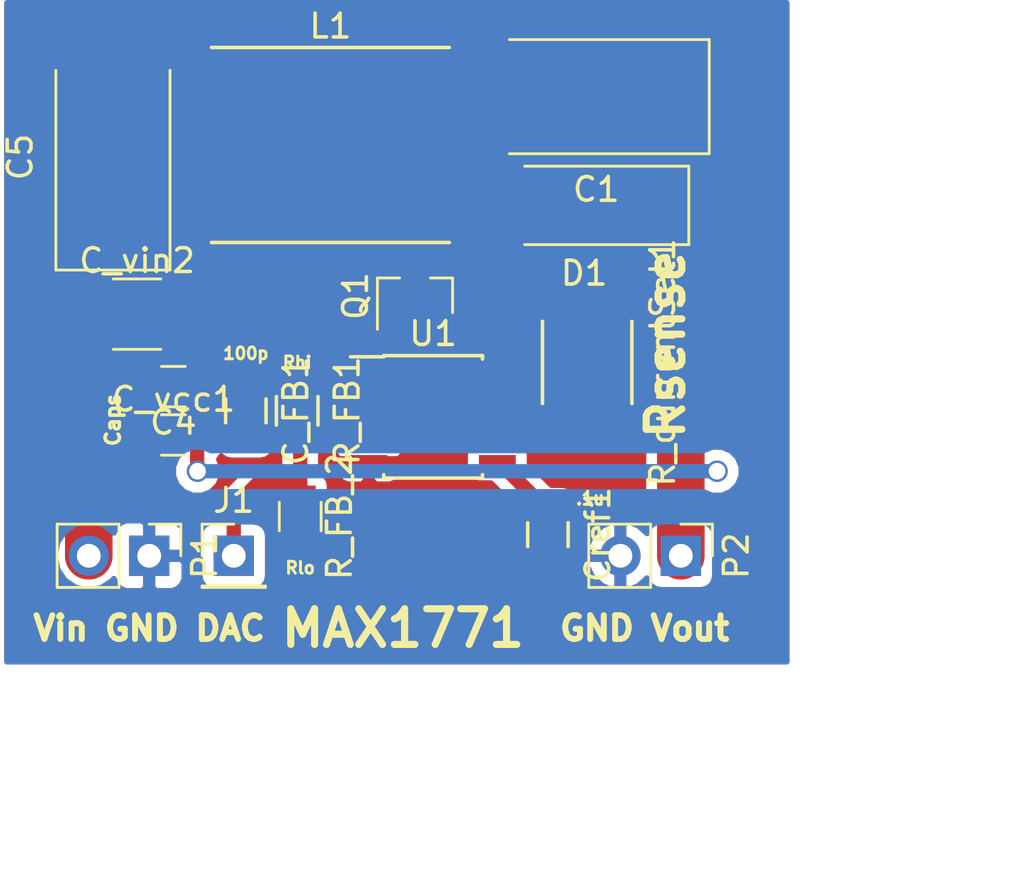
<source format=kicad_pcb>
(kicad_pcb (version 4) (host pcbnew 4.0.5)

  (general
    (links 32)
    (no_connects 0)
    (area 96.725 81.993 143.74 121.445001)
    (thickness 1.6)
    (drawings 11)
    (tracks 61)
    (zones 0)
    (modules 17)
    (nets 9)
  )

  (page A4)
  (layers
    (0 F.Cu signal)
    (31 B.Cu signal hide)
    (32 B.Adhes user)
    (33 F.Adhes user)
    (34 B.Paste user)
    (35 F.Paste user)
    (36 B.SilkS user)
    (37 F.SilkS user)
    (38 B.Mask user)
    (39 F.Mask user)
    (40 Dwgs.User user)
    (44 Edge.Cuts user)
    (46 B.CrtYd user)
    (47 F.CrtYd user)
  )

  (setup
    (last_trace_width 0.25)
    (user_trace_width 0.4)
    (user_trace_width 0.6)
    (user_trace_width 1)
    (user_trace_width 2)
    (trace_clearance 0.2)
    (zone_clearance 0.45)
    (zone_45_only no)
    (trace_min 0.2)
    (segment_width 0.2)
    (edge_width 0.15)
    (via_size 0.9)
    (via_drill 0.7)
    (via_min_size 0.9)
    (via_min_drill 0.7)
    (uvia_size 0.3)
    (uvia_drill 0.1)
    (uvias_allowed no)
    (uvia_min_size 0.2)
    (uvia_min_drill 0.1)
    (pcb_text_width 0.3)
    (pcb_text_size 1.5 1.5)
    (mod_edge_width 0.15)
    (mod_text_size 1 1)
    (mod_text_width 0.15)
    (pad_size 0.9 0.8)
    (pad_drill 0)
    (pad_to_mask_clearance 0.2)
    (aux_axis_origin 0 0)
    (visible_elements 7FFFFFFF)
    (pcbplotparams
      (layerselection 0x00030_80000001)
      (usegerberextensions false)
      (excludeedgelayer true)
      (linewidth 0.050000)
      (plotframeref false)
      (viasonmask false)
      (mode 1)
      (useauxorigin false)
      (hpglpennumber 1)
      (hpglpenspeed 20)
      (hpglpendiameter 15)
      (hpglpenoverlay 2)
      (psnegative false)
      (psa4output false)
      (plotreference true)
      (plotvalue true)
      (plotinvisibletext false)
      (padsonsilk false)
      (subtractmaskfromsilk false)
      (outputformat 1)
      (mirror false)
      (drillshape 1)
      (scaleselection 1)
      (outputdirectory ""))
  )

  (net 0 "")
  (net 1 GND)
  (net 2 "Net-(Cref1-Pad1)")
  (net 3 "Net-(C_FB1-Pad2)")
  (net 4 "Net-(D1-Pad2)")
  (net 5 "Net-(Q1-Pad3)")
  (net 6 "Net-(C1-Pad1)")
  (net 7 "Net-(C5-Pad1)")
  (net 8 "Net-(Q1-Pad1)")

  (net_class Default "This is the default net class."
    (clearance 0.2)
    (trace_width 0.25)
    (via_dia 0.9)
    (via_drill 0.7)
    (uvia_dia 0.3)
    (uvia_drill 0.1)
    (add_net GND)
    (add_net "Net-(C1-Pad1)")
    (add_net "Net-(C5-Pad1)")
    (add_net "Net-(C_FB1-Pad2)")
    (add_net "Net-(Cref1-Pad1)")
    (add_net "Net-(D1-Pad2)")
    (add_net "Net-(Q1-Pad1)")
    (add_net "Net-(Q1-Pad3)")
  )

  (module Capacitors_SMD:C_0805 (layer F.Cu) (tedit 5415D6EA) (tstamp 587651F8)
    (at 119.888 105.283 270)
    (descr "Capacitor SMD 0805, reflow soldering, AVX (see smccp.pdf)")
    (tags "capacitor 0805")
    (path /581AE4FB)
    (attr smd)
    (fp_text reference Cref1 (at 0 -2.1 270) (layer F.SilkS)
      (effects (font (size 1 1) (thickness 0.15)))
    )
    (fp_text value 0.1u (at 0 2.1 270) (layer F.Fab)
      (effects (font (size 1 1) (thickness 0.15)))
    )
    (fp_line (start -1 0.625) (end -1 -0.625) (layer F.Fab) (width 0.15))
    (fp_line (start 1 0.625) (end -1 0.625) (layer F.Fab) (width 0.15))
    (fp_line (start 1 -0.625) (end 1 0.625) (layer F.Fab) (width 0.15))
    (fp_line (start -1 -0.625) (end 1 -0.625) (layer F.Fab) (width 0.15))
    (fp_line (start -1.8 -1) (end 1.8 -1) (layer F.CrtYd) (width 0.05))
    (fp_line (start -1.8 1) (end 1.8 1) (layer F.CrtYd) (width 0.05))
    (fp_line (start -1.8 -1) (end -1.8 1) (layer F.CrtYd) (width 0.05))
    (fp_line (start 1.8 -1) (end 1.8 1) (layer F.CrtYd) (width 0.05))
    (fp_line (start 0.5 -0.85) (end -0.5 -0.85) (layer F.SilkS) (width 0.15))
    (fp_line (start -0.5 0.85) (end 0.5 0.85) (layer F.SilkS) (width 0.15))
    (pad 1 smd rect (at -1 0 270) (size 1 1.25) (layers F.Cu F.Paste F.Mask)
      (net 2 "Net-(Cref1-Pad1)"))
    (pad 2 smd rect (at 1 0 270) (size 1 1.25) (layers F.Cu F.Paste F.Mask)
      (net 1 GND))
    (model Capacitors_SMD.3dshapes/C_0805.wrl
      (at (xyz 0 0 0))
      (scale (xyz 1 1 1))
      (rotate (xyz 0 0 0))
    )
  )

  (module Capacitors_SMD:C_0805 (layer F.Cu) (tedit 5415D6EA) (tstamp 587651FE)
    (at 107.188 100.076 270)
    (descr "Capacitor SMD 0805, reflow soldering, AVX (see smccp.pdf)")
    (tags "capacitor 0805")
    (path /581AE4CA)
    (attr smd)
    (fp_text reference C_FB1 (at 0 -2.1 270) (layer F.SilkS)
      (effects (font (size 1 1) (thickness 0.15)))
    )
    (fp_text value 100p (at 0 2.1 270) (layer F.Fab)
      (effects (font (size 1 1) (thickness 0.15)))
    )
    (fp_line (start -1 0.625) (end -1 -0.625) (layer F.Fab) (width 0.15))
    (fp_line (start 1 0.625) (end -1 0.625) (layer F.Fab) (width 0.15))
    (fp_line (start 1 -0.625) (end 1 0.625) (layer F.Fab) (width 0.15))
    (fp_line (start -1 -0.625) (end 1 -0.625) (layer F.Fab) (width 0.15))
    (fp_line (start -1.8 -1) (end 1.8 -1) (layer F.CrtYd) (width 0.05))
    (fp_line (start -1.8 1) (end 1.8 1) (layer F.CrtYd) (width 0.05))
    (fp_line (start -1.8 -1) (end -1.8 1) (layer F.CrtYd) (width 0.05))
    (fp_line (start 1.8 -1) (end 1.8 1) (layer F.CrtYd) (width 0.05))
    (fp_line (start 0.5 -0.85) (end -0.5 -0.85) (layer F.SilkS) (width 0.15))
    (fp_line (start -0.5 0.85) (end 0.5 0.85) (layer F.SilkS) (width 0.15))
    (pad 1 smd rect (at -1 0 270) (size 1 1.25) (layers F.Cu F.Paste F.Mask)
      (net 6 "Net-(C1-Pad1)"))
    (pad 2 smd rect (at 1 0 270) (size 1 1.25) (layers F.Cu F.Paste F.Mask)
      (net 3 "Net-(C_FB1-Pad2)"))
    (model Capacitors_SMD.3dshapes/C_0805.wrl
      (at (xyz 0 0 0))
      (scale (xyz 1 1 1))
      (rotate (xyz 0 0 0))
    )
  )

  (module Diodes_SMD:SMA_Handsoldering (layer F.Cu) (tedit 58643398) (tstamp 58765210)
    (at 121.412 91.44 180)
    (descr "Diode SMA Handsoldering")
    (tags "Diode SMA Handsoldering")
    (path /581AE288)
    (attr smd)
    (fp_text reference D1 (at 0 -2.85 180) (layer F.SilkS)
      (effects (font (size 1 1) (thickness 0.15)))
    )
    (fp_text value D_Schottky_Small (at 0.05 4.4 180) (layer F.Fab)
      (effects (font (size 1 1) (thickness 0.15)))
    )
    (fp_line (start -4.4 -1.65) (end -4.4 1.65) (layer F.SilkS) (width 0.12))
    (fp_line (start 2.3 1.5) (end -2.3 1.5) (layer F.Fab) (width 0.1))
    (fp_line (start -2.3 1.5) (end -2.3 -1.5) (layer F.Fab) (width 0.1))
    (fp_line (start 2.3 -1.5) (end 2.3 1.5) (layer F.Fab) (width 0.1))
    (fp_line (start 2.3 -1.5) (end -2.3 -1.5) (layer F.Fab) (width 0.1))
    (fp_line (start -4.5 -1.75) (end 4.5 -1.75) (layer F.CrtYd) (width 0.05))
    (fp_line (start 4.5 -1.75) (end 4.5 1.75) (layer F.CrtYd) (width 0.05))
    (fp_line (start 4.5 1.75) (end -4.5 1.75) (layer F.CrtYd) (width 0.05))
    (fp_line (start -4.5 1.75) (end -4.5 -1.75) (layer F.CrtYd) (width 0.05))
    (fp_line (start -0.64944 0.00102) (end -1.55114 0.00102) (layer F.Fab) (width 0.1))
    (fp_line (start 0.50118 0.00102) (end 1.4994 0.00102) (layer F.Fab) (width 0.1))
    (fp_line (start -0.64944 -0.79908) (end -0.64944 0.80112) (layer F.Fab) (width 0.1))
    (fp_line (start 0.50118 0.75032) (end 0.50118 -0.79908) (layer F.Fab) (width 0.1))
    (fp_line (start -0.64944 0.00102) (end 0.50118 0.75032) (layer F.Fab) (width 0.1))
    (fp_line (start -0.64944 0.00102) (end 0.50118 -0.79908) (layer F.Fab) (width 0.1))
    (fp_line (start -4.4 1.65) (end 2.5 1.65) (layer F.SilkS) (width 0.12))
    (fp_line (start -4.4 -1.65) (end 2.5 -1.65) (layer F.SilkS) (width 0.12))
    (pad 1 smd rect (at -2.5 0 180) (size 3.5 1.8) (layers F.Cu F.Paste F.Mask)
      (net 6 "Net-(C1-Pad1)"))
    (pad 2 smd rect (at 2.5 0 180) (size 3.5 1.8) (layers F.Cu F.Paste F.Mask)
      (net 4 "Net-(D1-Pad2)"))
    (model Diodes_SMD.3dshapes/SMA_Handsoldering.wrl
      (at (xyz 0 0 0))
      (scale (xyz 0.3937 0.3937 0.3937))
      (rotate (xyz 0 0 180))
    )
  )

  (module Inductors:Inductor_Taiyo-Yuden_NR-80xx_HandSoldering (layer F.Cu) (tedit 574C3AE4) (tstamp 58765216)
    (at 110.744 88.9)
    (descr "Inductor, Taiyo Yuden, NR series, Taiyo-Yuden_NR-80xx, 8.0mmx8.0mm")
    (tags "inductor taiyo-yuden nr smd")
    (path /581AE159)
    (attr smd)
    (fp_text reference L1 (at 0 -5) (layer F.SilkS)
      (effects (font (size 1 1) (thickness 0.15)))
    )
    (fp_text value INDUCTOR (at 0 5.5) (layer F.Fab)
      (effects (font (size 1 1) (thickness 0.15)))
    )
    (fp_line (start -4 0) (end -4 -2.8) (layer F.Fab) (width 0.15))
    (fp_line (start -4 -2.8) (end -2.8 -4) (layer F.Fab) (width 0.15))
    (fp_line (start -2.8 -4) (end 0 -4) (layer F.Fab) (width 0.15))
    (fp_line (start 4 0) (end 4 -2.8) (layer F.Fab) (width 0.15))
    (fp_line (start 4 -2.8) (end 2.8 -4) (layer F.Fab) (width 0.15))
    (fp_line (start 2.8 -4) (end 0 -4) (layer F.Fab) (width 0.15))
    (fp_line (start 4 0) (end 4 2.8) (layer F.Fab) (width 0.15))
    (fp_line (start 4 2.8) (end 2.8 4) (layer F.Fab) (width 0.15))
    (fp_line (start 2.8 4) (end 0 4) (layer F.Fab) (width 0.15))
    (fp_line (start -4 0) (end -4 2.8) (layer F.Fab) (width 0.15))
    (fp_line (start -4 2.8) (end -2.8 4) (layer F.Fab) (width 0.15))
    (fp_line (start -2.8 4) (end 0 4) (layer F.Fab) (width 0.15))
    (fp_line (start -5 -4.1) (end 5 -4.1) (layer F.SilkS) (width 0.15))
    (fp_line (start -5 4.1) (end 5 4.1) (layer F.SilkS) (width 0.15))
    (fp_line (start -5.25 -4.25) (end -5.25 4.25) (layer F.CrtYd) (width 0.05))
    (fp_line (start -5.25 4.25) (end 5.25 4.25) (layer F.CrtYd) (width 0.05))
    (fp_line (start 5.25 4.25) (end 5.25 -4.25) (layer F.CrtYd) (width 0.05))
    (fp_line (start 5.25 -4.25) (end -5.25 -4.25) (layer F.CrtYd) (width 0.05))
    (pad 1 smd rect (at -3.45 0) (size 3.1 7.7) (layers F.Cu F.Paste F.Mask)
      (net 7 "Net-(C5-Pad1)"))
    (pad 2 smd rect (at 3.45 0) (size 3.1 7.7) (layers F.Cu F.Paste F.Mask)
      (net 4 "Net-(D1-Pad2)"))
    (model Inductors.3dshapes/Inductor_Taiyo-Yuden_NR-80xx.wrl
      (at (xyz 0 0 0))
      (scale (xyz 1 1 1))
      (rotate (xyz 0 0 0))
    )
  )

  (module TO_SOT_Packages_SMD:SOT-23 (layer F.Cu) (tedit 58765281) (tstamp 58765229)
    (at 114.3 95.25 90)
    (descr "SOT-23, Standard")
    (tags SOT-23)
    (path /581AE18E)
    (attr smd)
    (fp_text reference Q1 (at 0 -2.5 90) (layer F.SilkS)
      (effects (font (size 1 1) (thickness 0.15)))
    )
    (fp_text value BS170 (at 0 2.5 90) (layer F.Fab)
      (effects (font (size 1 1) (thickness 0.15)))
    )
    (fp_line (start 0.76 1.58) (end 0.76 0.65) (layer F.SilkS) (width 0.12))
    (fp_line (start 0.76 -1.58) (end 0.76 -0.65) (layer F.SilkS) (width 0.12))
    (fp_line (start 0.7 -1.52) (end 0.7 1.52) (layer F.Fab) (width 0.15))
    (fp_line (start -0.7 1.52) (end 0.7 1.52) (layer F.Fab) (width 0.15))
    (fp_line (start -1.7 -1.75) (end 1.7 -1.75) (layer F.CrtYd) (width 0.05))
    (fp_line (start 1.7 -1.75) (end 1.7 1.75) (layer F.CrtYd) (width 0.05))
    (fp_line (start 1.7 1.75) (end -1.7 1.75) (layer F.CrtYd) (width 0.05))
    (fp_line (start -1.7 1.75) (end -1.7 -1.75) (layer F.CrtYd) (width 0.05))
    (fp_line (start 0.76 -1.58) (end -1.4 -1.58) (layer F.SilkS) (width 0.12))
    (fp_line (start -0.7 -1.52) (end 0.7 -1.52) (layer F.Fab) (width 0.15))
    (fp_line (start -0.7 -1.52) (end -0.7 1.52) (layer F.Fab) (width 0.15))
    (fp_line (start 0.76 1.58) (end -0.7 1.58) (layer F.SilkS) (width 0.12))
    (pad 1 smd rect (at -1 -0.95 90) (size 0.9 0.8) (layers F.Cu F.Paste F.Mask)
      (net 8 "Net-(Q1-Pad1)"))
    (pad 3 smd rect (at -1 0.95 90) (size 0.9 0.8) (layers F.Cu F.Paste F.Mask)
      (net 5 "Net-(Q1-Pad3)"))
    (pad 2 smd rect (at 1 0 90) (size 0.9 0.8) (layers F.Cu F.Paste F.Mask)
      (net 4 "Net-(D1-Pad2)"))
    (model TO_SOT_Packages_SMD.3dshapes/SOT-23.wrl
      (at (xyz 0 0 0))
      (scale (xyz 1 1 1))
      (rotate (xyz 0 0 90))
    )
  )

  (module Resistors_SMD:R_1812 (layer F.Cu) (tedit 58307CF5) (tstamp 5876522F)
    (at 121.539 98.044 270)
    (descr "Resistor SMD 1812, flow soldering, Panasonic (see ERJ12)")
    (tags "resistor 1812")
    (path /581AE249)
    (attr smd)
    (fp_text reference R_currentSet1 (at 0 -3.175 270) (layer F.SilkS)
      (effects (font (size 1 1) (thickness 0.15)))
    )
    (fp_text value 0.02 (at 0 3.175 270) (layer F.Fab)
      (effects (font (size 1 1) (thickness 0.15)))
    )
    (fp_line (start -2.25 1.6) (end -2.25 -1.6) (layer F.Fab) (width 0.1))
    (fp_line (start 2.25 1.6) (end -2.25 1.6) (layer F.Fab) (width 0.1))
    (fp_line (start 2.25 -1.6) (end 2.25 1.6) (layer F.Fab) (width 0.1))
    (fp_line (start -2.25 -1.6) (end 2.25 -1.6) (layer F.Fab) (width 0.1))
    (fp_line (start -3.5052 -2.2352) (end 3.5052 -2.2352) (layer F.CrtYd) (width 0.05))
    (fp_line (start 3.5052 -2.2352) (end 3.5052 2.2352) (layer F.CrtYd) (width 0.05))
    (fp_line (start 3.5052 2.2352) (end -3.5052 2.2352) (layer F.CrtYd) (width 0.05))
    (fp_line (start -3.5052 2.2352) (end -3.5052 -2.2352) (layer F.CrtYd) (width 0.05))
    (fp_line (start -1.7272 1.8796) (end 1.7272 1.8796) (layer F.SilkS) (width 0.15))
    (fp_line (start -1.7272 -1.8796) (end 1.7272 -1.8796) (layer F.SilkS) (width 0.15))
    (pad 1 smd rect (at -2.4384 0 270) (size 1.6 3.5) (layers F.Cu F.Paste F.Mask)
      (net 5 "Net-(Q1-Pad3)"))
    (pad 2 smd rect (at 2.4384 0 270) (size 1.6 3.5) (layers F.Cu F.Paste F.Mask)
      (net 1 GND))
  )

  (module Resistors_SMD:R_0805 (layer F.Cu) (tedit 5942CF20) (tstamp 58765235)
    (at 109.347 100.076 270)
    (descr "Resistor SMD 0805, reflow soldering, Vishay (see dcrcw.pdf)")
    (tags "resistor 0805")
    (path /581AE3EC)
    (attr smd)
    (fp_text reference R_FB1 (at 0 -2.1 270) (layer F.SilkS)
      (effects (font (size 1 1) (thickness 0.15)))
    )
    (fp_text value R_FB_high (at -3.556 -0.889 360) (layer F.Fab)
      (effects (font (size 1 1) (thickness 0.15)))
    )
    (fp_line (start -1 0.625) (end -1 -0.625) (layer F.Fab) (width 0.1))
    (fp_line (start 1 0.625) (end -1 0.625) (layer F.Fab) (width 0.1))
    (fp_line (start 1 -0.625) (end 1 0.625) (layer F.Fab) (width 0.1))
    (fp_line (start -1 -0.625) (end 1 -0.625) (layer F.Fab) (width 0.1))
    (fp_line (start -1.6 -1) (end 1.6 -1) (layer F.CrtYd) (width 0.05))
    (fp_line (start -1.6 1) (end 1.6 1) (layer F.CrtYd) (width 0.05))
    (fp_line (start -1.6 -1) (end -1.6 1) (layer F.CrtYd) (width 0.05))
    (fp_line (start 1.6 -1) (end 1.6 1) (layer F.CrtYd) (width 0.05))
    (fp_line (start 0.6 0.875) (end -0.6 0.875) (layer F.SilkS) (width 0.15))
    (fp_line (start -0.6 -0.875) (end 0.6 -0.875) (layer F.SilkS) (width 0.15))
    (pad 1 smd rect (at -0.95 0 270) (size 0.7 1.3) (layers F.Cu F.Paste F.Mask)
      (net 6 "Net-(C1-Pad1)"))
    (pad 2 smd rect (at 0.95 0 270) (size 0.7 1.3) (layers F.Cu F.Paste F.Mask)
      (net 3 "Net-(C_FB1-Pad2)"))
    (model Resistors_SMD.3dshapes/R_0805.wrl
      (at (xyz 0 0 0))
      (scale (xyz 1 1 1))
      (rotate (xyz 0 0 0))
    )
  )

  (module Housings_SOIC:SOIC-8_3.9x4.9mm_Pitch1.27mm (layer F.Cu) (tedit 54130A77) (tstamp 58765247)
    (at 115.062 100.33)
    (descr "8-Lead Plastic Small Outline (SN) - Narrow, 3.90 mm Body [SOIC] (see Microchip Packaging Specification 00000049BS.pdf)")
    (tags "SOIC 1.27")
    (path /581AE050)
    (attr smd)
    (fp_text reference U1 (at 0 -3.5) (layer F.SilkS)
      (effects (font (size 1 1) (thickness 0.15)))
    )
    (fp_text value MAX1771§ (at 0 3.5) (layer F.Fab)
      (effects (font (size 1 1) (thickness 0.15)))
    )
    (fp_line (start -0.95 -2.45) (end 1.95 -2.45) (layer F.Fab) (width 0.15))
    (fp_line (start 1.95 -2.45) (end 1.95 2.45) (layer F.Fab) (width 0.15))
    (fp_line (start 1.95 2.45) (end -1.95 2.45) (layer F.Fab) (width 0.15))
    (fp_line (start -1.95 2.45) (end -1.95 -1.45) (layer F.Fab) (width 0.15))
    (fp_line (start -1.95 -1.45) (end -0.95 -2.45) (layer F.Fab) (width 0.15))
    (fp_line (start -3.75 -2.75) (end -3.75 2.75) (layer F.CrtYd) (width 0.05))
    (fp_line (start 3.75 -2.75) (end 3.75 2.75) (layer F.CrtYd) (width 0.05))
    (fp_line (start -3.75 -2.75) (end 3.75 -2.75) (layer F.CrtYd) (width 0.05))
    (fp_line (start -3.75 2.75) (end 3.75 2.75) (layer F.CrtYd) (width 0.05))
    (fp_line (start -2.075 -2.575) (end -2.075 -2.525) (layer F.SilkS) (width 0.15))
    (fp_line (start 2.075 -2.575) (end 2.075 -2.43) (layer F.SilkS) (width 0.15))
    (fp_line (start 2.075 2.575) (end 2.075 2.43) (layer F.SilkS) (width 0.15))
    (fp_line (start -2.075 2.575) (end -2.075 2.43) (layer F.SilkS) (width 0.15))
    (fp_line (start -2.075 -2.575) (end 2.075 -2.575) (layer F.SilkS) (width 0.15))
    (fp_line (start -2.075 2.575) (end 2.075 2.575) (layer F.SilkS) (width 0.15))
    (fp_line (start -2.075 -2.525) (end -3.475 -2.525) (layer F.SilkS) (width 0.15))
    (pad 1 smd rect (at -2.7 -1.905) (size 1.55 0.6) (layers F.Cu F.Paste F.Mask)
      (net 8 "Net-(Q1-Pad1)"))
    (pad 2 smd rect (at -2.7 -0.635) (size 1.55 0.6) (layers F.Cu F.Paste F.Mask)
      (net 6 "Net-(C1-Pad1)"))
    (pad 3 smd rect (at -2.7 0.635) (size 1.55 0.6) (layers F.Cu F.Paste F.Mask)
      (net 3 "Net-(C_FB1-Pad2)"))
    (pad 4 smd rect (at -2.7 1.905) (size 1.55 0.6) (layers F.Cu F.Paste F.Mask)
      (net 1 GND))
    (pad 5 smd rect (at 2.7 1.905) (size 1.55 0.6) (layers F.Cu F.Paste F.Mask)
      (net 2 "Net-(Cref1-Pad1)"))
    (pad 6 smd rect (at 2.7 0.635) (size 1.55 0.6) (layers F.Cu F.Paste F.Mask)
      (net 1 GND))
    (pad 7 smd rect (at 2.7 -0.635) (size 1.55 0.6) (layers F.Cu F.Paste F.Mask)
      (net 1 GND))
    (pad 8 smd rect (at 2.7 -1.905) (size 1.55 0.6) (layers F.Cu F.Paste F.Mask)
      (net 5 "Net-(Q1-Pad3)"))
    (model Housings_SOIC.3dshapes/SOIC-8_3.9x4.9mm_Pitch1.27mm.wrl
      (at (xyz 0 0 0))
      (scale (xyz 1 1 1))
      (rotate (xyz 0 0 0))
    )
  )

  (module Socket_Strips:Socket_Strip_Straight_1x02_Pitch2.54mm (layer F.Cu) (tedit 58CD5446) (tstamp 5876521C)
    (at 103.124 106.172 270)
    (descr "Through hole straight socket strip, 1x02, 2.54mm pitch, single row")
    (tags "Through hole socket strip THT 1x02 2.54mm single row")
    (path /581AE75C)
    (fp_text reference P1 (at 0 -2.33 270) (layer F.SilkS)
      (effects (font (size 1 1) (thickness 0.15)))
    )
    (fp_text value Input_conn (at 0 4.87 270) (layer F.Fab)
      (effects (font (size 1 1) (thickness 0.15)))
    )
    (fp_line (start -1.27 -1.27) (end -1.27 3.81) (layer F.Fab) (width 0.1))
    (fp_line (start -1.27 3.81) (end 1.27 3.81) (layer F.Fab) (width 0.1))
    (fp_line (start 1.27 3.81) (end 1.27 -1.27) (layer F.Fab) (width 0.1))
    (fp_line (start 1.27 -1.27) (end -1.27 -1.27) (layer F.Fab) (width 0.1))
    (fp_line (start -1.33 1.27) (end -1.33 3.87) (layer F.SilkS) (width 0.12))
    (fp_line (start -1.33 3.87) (end 1.33 3.87) (layer F.SilkS) (width 0.12))
    (fp_line (start 1.33 3.87) (end 1.33 1.27) (layer F.SilkS) (width 0.12))
    (fp_line (start 1.33 1.27) (end -1.33 1.27) (layer F.SilkS) (width 0.12))
    (fp_line (start -1.33 0) (end -1.33 -1.33) (layer F.SilkS) (width 0.12))
    (fp_line (start -1.33 -1.33) (end 0 -1.33) (layer F.SilkS) (width 0.12))
    (fp_line (start -1.8 -1.8) (end -1.8 4.35) (layer F.CrtYd) (width 0.05))
    (fp_line (start -1.8 4.35) (end 1.8 4.35) (layer F.CrtYd) (width 0.05))
    (fp_line (start 1.8 4.35) (end 1.8 -1.8) (layer F.CrtYd) (width 0.05))
    (fp_line (start 1.8 -1.8) (end -1.8 -1.8) (layer F.CrtYd) (width 0.05))
    (fp_text user %R (at 0 -2.33 270) (layer F.Fab)
      (effects (font (size 1 1) (thickness 0.15)))
    )
    (pad 1 thru_hole rect (at 0 0 270) (size 1.7 1.7) (drill 1) (layers *.Cu *.Mask)
      (net 1 GND))
    (pad 2 thru_hole oval (at 0 2.54 270) (size 1.7 1.7) (drill 1) (layers *.Cu *.Mask)
      (net 7 "Net-(C5-Pad1)"))
    (model ${KISYS3DMOD}/Socket_Strips.3dshapes/Socket_Strip_Straight_1x02_Pitch2.54mm.wrl
      (at (xyz 0 -0.05 0))
      (scale (xyz 1 1 1))
      (rotate (xyz 0 0 270))
    )
  )

  (module Socket_Strips:Socket_Strip_Straight_1x02_Pitch2.54mm (layer F.Cu) (tedit 58CD5446) (tstamp 58765222)
    (at 125.476 106.172 270)
    (descr "Through hole straight socket strip, 1x02, 2.54mm pitch, single row")
    (tags "Through hole socket strip THT 1x02 2.54mm single row")
    (path /581AE839)
    (fp_text reference P2 (at 0 -2.33 270) (layer F.SilkS)
      (effects (font (size 1 1) (thickness 0.15)))
    )
    (fp_text value CONN_01X02 (at 0 4.87 270) (layer F.Fab)
      (effects (font (size 1 1) (thickness 0.15)))
    )
    (fp_line (start -1.27 -1.27) (end -1.27 3.81) (layer F.Fab) (width 0.1))
    (fp_line (start -1.27 3.81) (end 1.27 3.81) (layer F.Fab) (width 0.1))
    (fp_line (start 1.27 3.81) (end 1.27 -1.27) (layer F.Fab) (width 0.1))
    (fp_line (start 1.27 -1.27) (end -1.27 -1.27) (layer F.Fab) (width 0.1))
    (fp_line (start -1.33 1.27) (end -1.33 3.87) (layer F.SilkS) (width 0.12))
    (fp_line (start -1.33 3.87) (end 1.33 3.87) (layer F.SilkS) (width 0.12))
    (fp_line (start 1.33 3.87) (end 1.33 1.27) (layer F.SilkS) (width 0.12))
    (fp_line (start 1.33 1.27) (end -1.33 1.27) (layer F.SilkS) (width 0.12))
    (fp_line (start -1.33 0) (end -1.33 -1.33) (layer F.SilkS) (width 0.12))
    (fp_line (start -1.33 -1.33) (end 0 -1.33) (layer F.SilkS) (width 0.12))
    (fp_line (start -1.8 -1.8) (end -1.8 4.35) (layer F.CrtYd) (width 0.05))
    (fp_line (start -1.8 4.35) (end 1.8 4.35) (layer F.CrtYd) (width 0.05))
    (fp_line (start 1.8 4.35) (end 1.8 -1.8) (layer F.CrtYd) (width 0.05))
    (fp_line (start 1.8 -1.8) (end -1.8 -1.8) (layer F.CrtYd) (width 0.05))
    (fp_text user %R (at 0 -2.33 270) (layer F.Fab)
      (effects (font (size 1 1) (thickness 0.15)))
    )
    (pad 1 thru_hole rect (at 0 0 270) (size 1.7 1.7) (drill 1) (layers *.Cu *.Mask)
      (net 6 "Net-(C1-Pad1)"))
    (pad 2 thru_hole oval (at 0 2.54 270) (size 1.7 1.7) (drill 1) (layers *.Cu *.Mask)
      (net 1 GND))
    (model ${KISYS3DMOD}/Socket_Strips.3dshapes/Socket_Strip_Straight_1x02_Pitch2.54mm.wrl
      (at (xyz 0 -0.05 0))
      (scale (xyz 1 1 1))
      (rotate (xyz 0 0 270))
    )
  )

  (module Capacitors_SMD:C_0805 (layer F.Cu) (tedit 58AA8463) (tstamp 5948F82F)
    (at 104.14 99.06 180)
    (descr "Capacitor SMD 0805, reflow soldering, AVX (see smccp.pdf)")
    (tags "capacitor 0805")
    (path /581AE2C9)
    (attr smd)
    (fp_text reference C4 (at 0 -1.5 180) (layer F.SilkS)
      (effects (font (size 1 1) (thickness 0.15)))
    )
    (fp_text value C (at 0 1.75 180) (layer F.Fab)
      (effects (font (size 1 1) (thickness 0.15)))
    )
    (fp_text user %R (at 0 -1.5 180) (layer F.Fab)
      (effects (font (size 1 1) (thickness 0.15)))
    )
    (fp_line (start -1 0.62) (end -1 -0.62) (layer F.Fab) (width 0.1))
    (fp_line (start 1 0.62) (end -1 0.62) (layer F.Fab) (width 0.1))
    (fp_line (start 1 -0.62) (end 1 0.62) (layer F.Fab) (width 0.1))
    (fp_line (start -1 -0.62) (end 1 -0.62) (layer F.Fab) (width 0.1))
    (fp_line (start 0.5 -0.85) (end -0.5 -0.85) (layer F.SilkS) (width 0.12))
    (fp_line (start -0.5 0.85) (end 0.5 0.85) (layer F.SilkS) (width 0.12))
    (fp_line (start -1.75 -0.88) (end 1.75 -0.88) (layer F.CrtYd) (width 0.05))
    (fp_line (start -1.75 -0.88) (end -1.75 0.87) (layer F.CrtYd) (width 0.05))
    (fp_line (start 1.75 0.87) (end 1.75 -0.88) (layer F.CrtYd) (width 0.05))
    (fp_line (start 1.75 0.87) (end -1.75 0.87) (layer F.CrtYd) (width 0.05))
    (pad 1 smd rect (at -1 0 180) (size 1 1.25) (layers F.Cu F.Paste F.Mask)
      (net 6 "Net-(C1-Pad1)"))
    (pad 2 smd rect (at 1 0 180) (size 1 1.25) (layers F.Cu F.Paste F.Mask)
      (net 1 GND))
    (model Capacitors_SMD.3dshapes/C_0805.wrl
      (at (xyz 0 0 0))
      (scale (xyz 1 1 1))
      (rotate (xyz 0 0 0))
    )
  )

  (module Capacitors_SMD:C_0805 (layer F.Cu) (tedit 58AA8463) (tstamp 5948F840)
    (at 104.14 101.092)
    (descr "Capacitor SMD 0805, reflow soldering, AVX (see smccp.pdf)")
    (tags "capacitor 0805")
    (path /58765CEC)
    (attr smd)
    (fp_text reference C_vcc1 (at 0 -1.5) (layer F.SilkS)
      (effects (font (size 1 1) (thickness 0.15)))
    )
    (fp_text value 1u (at 0 1.75) (layer F.Fab)
      (effects (font (size 1 1) (thickness 0.15)))
    )
    (fp_text user %R (at 0 -1.5) (layer F.Fab)
      (effects (font (size 1 1) (thickness 0.15)))
    )
    (fp_line (start -1 0.62) (end -1 -0.62) (layer F.Fab) (width 0.1))
    (fp_line (start 1 0.62) (end -1 0.62) (layer F.Fab) (width 0.1))
    (fp_line (start 1 -0.62) (end 1 0.62) (layer F.Fab) (width 0.1))
    (fp_line (start -1 -0.62) (end 1 -0.62) (layer F.Fab) (width 0.1))
    (fp_line (start 0.5 -0.85) (end -0.5 -0.85) (layer F.SilkS) (width 0.12))
    (fp_line (start -0.5 0.85) (end 0.5 0.85) (layer F.SilkS) (width 0.12))
    (fp_line (start -1.75 -0.88) (end 1.75 -0.88) (layer F.CrtYd) (width 0.05))
    (fp_line (start -1.75 -0.88) (end -1.75 0.87) (layer F.CrtYd) (width 0.05))
    (fp_line (start 1.75 0.87) (end 1.75 -0.88) (layer F.CrtYd) (width 0.05))
    (fp_line (start 1.75 0.87) (end -1.75 0.87) (layer F.CrtYd) (width 0.05))
    (pad 1 smd rect (at -1 0) (size 1 1.25) (layers F.Cu F.Paste F.Mask)
      (net 1 GND))
    (pad 2 smd rect (at 1 0) (size 1 1.25) (layers F.Cu F.Paste F.Mask)
      (net 6 "Net-(C1-Pad1)"))
    (model Capacitors_SMD.3dshapes/C_0805.wrl
      (at (xyz 0 0 0))
      (scale (xyz 1 1 1))
      (rotate (xyz 0 0 0))
    )
  )

  (module Capacitors_SMD:C_1210 (layer F.Cu) (tedit 58AA84E2) (tstamp 5948F851)
    (at 102.616 96.012)
    (descr "Capacitor SMD 1210, reflow soldering, AVX (see smccp.pdf)")
    (tags "capacitor 1210")
    (path /587FC432)
    (attr smd)
    (fp_text reference C_vin2 (at 0 -2.25) (layer F.SilkS)
      (effects (font (size 1 1) (thickness 0.15)))
    )
    (fp_text value BIG (at 0 2.5) (layer F.Fab)
      (effects (font (size 1 1) (thickness 0.15)))
    )
    (fp_text user %R (at 0 -2.25) (layer F.Fab)
      (effects (font (size 1 1) (thickness 0.15)))
    )
    (fp_line (start -1.6 1.25) (end -1.6 -1.25) (layer F.Fab) (width 0.1))
    (fp_line (start 1.6 1.25) (end -1.6 1.25) (layer F.Fab) (width 0.1))
    (fp_line (start 1.6 -1.25) (end 1.6 1.25) (layer F.Fab) (width 0.1))
    (fp_line (start -1.6 -1.25) (end 1.6 -1.25) (layer F.Fab) (width 0.1))
    (fp_line (start 1 -1.48) (end -1 -1.48) (layer F.SilkS) (width 0.12))
    (fp_line (start -1 1.48) (end 1 1.48) (layer F.SilkS) (width 0.12))
    (fp_line (start -2.25 -1.5) (end 2.25 -1.5) (layer F.CrtYd) (width 0.05))
    (fp_line (start -2.25 -1.5) (end -2.25 1.5) (layer F.CrtYd) (width 0.05))
    (fp_line (start 2.25 1.5) (end 2.25 -1.5) (layer F.CrtYd) (width 0.05))
    (fp_line (start 2.25 1.5) (end -2.25 1.5) (layer F.CrtYd) (width 0.05))
    (pad 1 smd rect (at -1.5 0) (size 1 2.5) (layers F.Cu F.Paste F.Mask)
      (net 7 "Net-(C5-Pad1)"))
    (pad 2 smd rect (at 1.5 0) (size 1 2.5) (layers F.Cu F.Paste F.Mask)
      (net 1 GND))
    (model Capacitors_SMD.3dshapes/C_1210.wrl
      (at (xyz 0 0 0))
      (scale (xyz 1 1 1))
      (rotate (xyz 0 0 0))
    )
  )

  (module Resistors_SMD:R_0805 (layer F.Cu) (tedit 5942D020) (tstamp 5948F862)
    (at 109.474 104.521 270)
    (descr "Resistor SMD 0805, reflow soldering, Vishay (see dcrcw.pdf)")
    (tags "resistor 0805")
    (path /581AE4A1)
    (attr smd)
    (fp_text reference R_FB_2 (at 0 -1.65 270) (layer F.SilkS)
      (effects (font (size 1 1) (thickness 0.15)))
    )
    (fp_text value R_FB_LOW (at 5.08 -2.032 360) (layer F.Fab)
      (effects (font (size 1 1) (thickness 0.15)))
    )
    (fp_text user %R (at 0 -1.65 270) (layer F.Fab)
      (effects (font (size 1 1) (thickness 0.15)))
    )
    (fp_line (start -1 0.62) (end -1 -0.62) (layer F.Fab) (width 0.1))
    (fp_line (start 1 0.62) (end -1 0.62) (layer F.Fab) (width 0.1))
    (fp_line (start 1 -0.62) (end 1 0.62) (layer F.Fab) (width 0.1))
    (fp_line (start -1 -0.62) (end 1 -0.62) (layer F.Fab) (width 0.1))
    (fp_line (start 0.6 0.88) (end -0.6 0.88) (layer F.SilkS) (width 0.12))
    (fp_line (start -0.6 -0.88) (end 0.6 -0.88) (layer F.SilkS) (width 0.12))
    (fp_line (start -1.55 -0.9) (end 1.55 -0.9) (layer F.CrtYd) (width 0.05))
    (fp_line (start -1.55 -0.9) (end -1.55 0.9) (layer F.CrtYd) (width 0.05))
    (fp_line (start 1.55 0.9) (end 1.55 -0.9) (layer F.CrtYd) (width 0.05))
    (fp_line (start 1.55 0.9) (end -1.55 0.9) (layer F.CrtYd) (width 0.05))
    (pad 1 smd rect (at -0.95 0 270) (size 0.7 1.3) (layers F.Cu F.Paste F.Mask)
      (net 3 "Net-(C_FB1-Pad2)"))
    (pad 2 smd rect (at 0.95 0 270) (size 0.7 1.3) (layers F.Cu F.Paste F.Mask)
      (net 1 GND))
    (model Resistors_SMD.3dshapes/R_0805.wrl
      (at (xyz 0 0 0))
      (scale (xyz 1 1 1))
      (rotate (xyz 0 0 0))
    )
  )

  (module Capacitors_Tantalum_SMD:CP_Tantalum_Case-D_EIA-7343-31_Reflow (layer F.Cu) (tedit 57B6E980) (tstamp 5948F971)
    (at 101.6 89.408 90)
    (descr "Tantalum capacitor, Case D, EIA 7343-31, 7.3x4.3x2.8mm, Reflow soldering footprint")
    (tags "capacitor tantalum smd")
    (path /581AE3AF)
    (attr smd)
    (fp_text reference C5 (at 0 -3.9 90) (layer F.SilkS)
      (effects (font (size 1 1) (thickness 0.15)))
    )
    (fp_text value CP (at 0 3.9 90) (layer F.Fab)
      (effects (font (size 1 1) (thickness 0.15)))
    )
    (fp_line (start -4.85 -2.5) (end -4.85 2.5) (layer F.CrtYd) (width 0.05))
    (fp_line (start -4.85 2.5) (end 4.85 2.5) (layer F.CrtYd) (width 0.05))
    (fp_line (start 4.85 2.5) (end 4.85 -2.5) (layer F.CrtYd) (width 0.05))
    (fp_line (start 4.85 -2.5) (end -4.85 -2.5) (layer F.CrtYd) (width 0.05))
    (fp_line (start -3.65 -2.15) (end -3.65 2.15) (layer F.Fab) (width 0.1))
    (fp_line (start -3.65 2.15) (end 3.65 2.15) (layer F.Fab) (width 0.1))
    (fp_line (start 3.65 2.15) (end 3.65 -2.15) (layer F.Fab) (width 0.1))
    (fp_line (start 3.65 -2.15) (end -3.65 -2.15) (layer F.Fab) (width 0.1))
    (fp_line (start -2.92 -2.15) (end -2.92 2.15) (layer F.Fab) (width 0.1))
    (fp_line (start -2.555 -2.15) (end -2.555 2.15) (layer F.Fab) (width 0.1))
    (fp_line (start -4.75 -2.4) (end 3.65 -2.4) (layer F.SilkS) (width 0.12))
    (fp_line (start -4.75 2.4) (end 3.65 2.4) (layer F.SilkS) (width 0.12))
    (fp_line (start -4.75 -2.4) (end -4.75 2.4) (layer F.SilkS) (width 0.12))
    (pad 1 smd rect (at -3.175 0 90) (size 2.55 2.7) (layers F.Cu F.Paste F.Mask)
      (net 7 "Net-(C5-Pad1)"))
    (pad 2 smd rect (at 3.175 0 90) (size 2.55 2.7) (layers F.Cu F.Paste F.Mask)
      (net 1 GND))
    (model Capacitors_Tantalum_SMD.3dshapes/CP_Tantalum_Case-D_EIA-7343-31.wrl
      (at (xyz 0 0 0))
      (scale (xyz 1 1 1))
      (rotate (xyz 0 0 0))
    )
  )

  (module Capacitors_Tantalum_SMD:CP_Tantalum_Case-D_EIA-7343-31_Reflow (layer F.Cu) (tedit 57B6E980) (tstamp 5948FBFB)
    (at 121.92 86.868 180)
    (descr "Tantalum capacitor, Case D, EIA 7343-31, 7.3x4.3x2.8mm, Reflow soldering footprint")
    (tags "capacitor tantalum smd")
    (path /5879786E)
    (attr smd)
    (fp_text reference C1 (at 0 -3.9 180) (layer F.SilkS)
      (effects (font (size 1 1) (thickness 0.15)))
    )
    (fp_text value CP (at 0 3.9 180) (layer F.Fab)
      (effects (font (size 1 1) (thickness 0.15)))
    )
    (fp_line (start -4.85 -2.5) (end -4.85 2.5) (layer F.CrtYd) (width 0.05))
    (fp_line (start -4.85 2.5) (end 4.85 2.5) (layer F.CrtYd) (width 0.05))
    (fp_line (start 4.85 2.5) (end 4.85 -2.5) (layer F.CrtYd) (width 0.05))
    (fp_line (start 4.85 -2.5) (end -4.85 -2.5) (layer F.CrtYd) (width 0.05))
    (fp_line (start -3.65 -2.15) (end -3.65 2.15) (layer F.Fab) (width 0.1))
    (fp_line (start -3.65 2.15) (end 3.65 2.15) (layer F.Fab) (width 0.1))
    (fp_line (start 3.65 2.15) (end 3.65 -2.15) (layer F.Fab) (width 0.1))
    (fp_line (start 3.65 -2.15) (end -3.65 -2.15) (layer F.Fab) (width 0.1))
    (fp_line (start -2.92 -2.15) (end -2.92 2.15) (layer F.Fab) (width 0.1))
    (fp_line (start -2.555 -2.15) (end -2.555 2.15) (layer F.Fab) (width 0.1))
    (fp_line (start -4.75 -2.4) (end 3.65 -2.4) (layer F.SilkS) (width 0.12))
    (fp_line (start -4.75 2.4) (end 3.65 2.4) (layer F.SilkS) (width 0.12))
    (fp_line (start -4.75 -2.4) (end -4.75 2.4) (layer F.SilkS) (width 0.12))
    (pad 1 smd rect (at -3.175 0 180) (size 2.55 2.7) (layers F.Cu F.Paste F.Mask)
      (net 6 "Net-(C1-Pad1)"))
    (pad 2 smd rect (at 3.175 0 180) (size 2.55 2.7) (layers F.Cu F.Paste F.Mask)
      (net 1 GND))
    (model Capacitors_Tantalum_SMD.3dshapes/CP_Tantalum_Case-D_EIA-7343-31.wrl
      (at (xyz 0 0 0))
      (scale (xyz 1 1 1))
      (rotate (xyz 0 0 0))
    )
  )

  (module Socket_Strips:Socket_Strip_Straight_1x01_Pitch2.54mm (layer F.Cu) (tedit 58CD5446) (tstamp 5948FC0F)
    (at 106.68 106.172)
    (descr "Through hole straight socket strip, 1x01, 2.54mm pitch, single row")
    (tags "Through hole socket strip THT 1x01 2.54mm single row")
    (path /5942DB47)
    (fp_text reference J1 (at 0 -2.33) (layer F.SilkS)
      (effects (font (size 1 1) (thickness 0.15)))
    )
    (fp_text value CONN_01X01 (at 0 2.33) (layer F.Fab)
      (effects (font (size 1 1) (thickness 0.15)))
    )
    (fp_line (start -1.27 -1.27) (end -1.27 1.27) (layer F.Fab) (width 0.1))
    (fp_line (start -1.27 1.27) (end 1.27 1.27) (layer F.Fab) (width 0.1))
    (fp_line (start 1.27 1.27) (end 1.27 -1.27) (layer F.Fab) (width 0.1))
    (fp_line (start 1.27 -1.27) (end -1.27 -1.27) (layer F.Fab) (width 0.1))
    (fp_line (start -1.33 1.27) (end -1.33 1.33) (layer F.SilkS) (width 0.12))
    (fp_line (start -1.33 1.33) (end 1.33 1.33) (layer F.SilkS) (width 0.12))
    (fp_line (start 1.33 1.33) (end 1.33 1.27) (layer F.SilkS) (width 0.12))
    (fp_line (start 1.33 1.27) (end -1.33 1.27) (layer F.SilkS) (width 0.12))
    (fp_line (start -1.33 0) (end -1.33 -1.33) (layer F.SilkS) (width 0.12))
    (fp_line (start -1.33 -1.33) (end 0 -1.33) (layer F.SilkS) (width 0.12))
    (fp_line (start -1.8 -1.8) (end -1.8 1.8) (layer F.CrtYd) (width 0.05))
    (fp_line (start -1.8 1.8) (end 1.8 1.8) (layer F.CrtYd) (width 0.05))
    (fp_line (start 1.8 1.8) (end 1.8 -1.8) (layer F.CrtYd) (width 0.05))
    (fp_line (start 1.8 -1.8) (end -1.8 -1.8) (layer F.CrtYd) (width 0.05))
    (fp_text user %R (at 0 -2.33) (layer F.Fab)
      (effects (font (size 1 1) (thickness 0.15)))
    )
    (pad 1 thru_hole rect (at 0 0) (size 1.7 1.7) (drill 1) (layers *.Cu *.Mask)
      (net 3 "Net-(C_FB1-Pad2)"))
    (model ${KISYS3DMOD}/Socket_Strips.3dshapes/Socket_Strip_Straight_1x01_Pitch2.54mm.wrl
      (at (xyz 0 0 0))
      (scale (xyz 1 1 1))
      (rotate (xyz 0 0 270))
    )
  )

  (gr_text Rsense (at 124.841 97.282 90) (layer F.SilkS)
    (effects (font (size 1.5 1.5) (thickness 0.3)))
  )
  (gr_text .1u (at 121.666 103.759) (layer F.SilkS)
    (effects (font (size 0.55 0.5) (thickness 0.125)))
  )
  (gr_text 100p (at 107.188 97.663) (layer F.SilkS)
    (effects (font (size 0.5 0.5) (thickness 0.125)))
  )
  (gr_text Caps (at 101.6 100.457 90) (layer F.SilkS)
    (effects (font (size 0.6 0.6) (thickness 0.15)))
  )
  (gr_text Rlo (at 109.474 106.68) (layer F.SilkS)
    (effects (font (size 0.5 0.5) (thickness 0.125)))
  )
  (gr_text Rhi (at 109.347 98.044) (layer F.SilkS)
    (effects (font (size 0.5 0.5) (thickness 0.125)))
  )
  (gr_text "GND Vout" (at 123.952 109.22) (layer F.SilkS)
    (effects (font (size 1 1) (thickness 0.25)))
  )
  (gr_text "Vin GND DAC\n" (at 103.124 109.22) (layer F.SilkS)
    (effects (font (size 1 1) (thickness 0.25)))
  )
  (gr_text MAX1771 (at 113.792 109.22) (layer F.SilkS)
    (effects (font (size 1.5 1.5) (thickness 0.3)))
  )
  (dimension 27.305 (width 0.3) (layer Dwgs.User)
    (gr_text "27.305 mm" (at 137.24 101.2825 90) (layer Dwgs.User)
      (effects (font (size 1.5 1.5) (thickness 0.3)))
    )
    (feature1 (pts (xy 131.445 87.63) (xy 138.59 87.63)))
    (feature2 (pts (xy 131.445 114.935) (xy 138.59 114.935)))
    (crossbar (pts (xy 135.89 114.935) (xy 135.89 87.63)))
    (arrow1a (pts (xy 135.89 87.63) (xy 136.476421 88.756504)))
    (arrow1b (pts (xy 135.89 87.63) (xy 135.303579 88.756504)))
    (arrow2a (pts (xy 135.89 114.935) (xy 136.476421 113.808496)))
    (arrow2b (pts (xy 135.89 114.935) (xy 135.303579 113.808496)))
  )
  (dimension 30.48 (width 0.3) (layer Dwgs.User)
    (gr_text "30.480 mm" (at 113.03 120.095) (layer Dwgs.User)
      (effects (font (size 1.5 1.5) (thickness 0.3)))
    )
    (feature1 (pts (xy 128.27 116.84) (xy 128.27 121.445)))
    (feature2 (pts (xy 97.79 116.84) (xy 97.79 121.445)))
    (crossbar (pts (xy 97.79 118.745) (xy 128.27 118.745)))
    (arrow1a (pts (xy 128.27 118.745) (xy 127.143496 119.331421)))
    (arrow1b (pts (xy 128.27 118.745) (xy 127.143496 118.158579)))
    (arrow2a (pts (xy 97.79 118.745) (xy 98.916504 119.331421)))
    (arrow2b (pts (xy 97.79 118.745) (xy 98.916504 118.158579)))
  )

  (segment (start 117.762 100.965) (end 117.762 100.457) (width 1) (layer F.Cu) (net 1))
  (segment (start 117.762 100.457) (end 117.762 99.695) (width 1) (layer F.Cu) (net 1) (tstamp 587657E7))
  (segment (start 121.539 100.4824) (end 118.3894 100.4824) (width 2) (layer F.Cu) (net 1))
  (segment (start 118.3894 100.4824) (end 118.364 100.457) (width 2) (layer F.Cu) (net 1) (tstamp 587657DB))
  (segment (start 117.762 102.235) (end 117.84 102.235) (width 0.6) (layer F.Cu) (net 2))
  (segment (start 117.84 102.235) (end 119.888 104.283) (width 0.6) (layer F.Cu) (net 2) (tstamp 58765600))
  (segment (start 109.474 103.571) (end 109.474 102.616) (width 0.6) (layer F.Cu) (net 3))
  (segment (start 109.474 103.19) (end 107.63 103.19) (width 0.6) (layer F.Cu) (net 3))
  (segment (start 106.68 104.14) (end 106.68 106.172) (width 0.6) (layer F.Cu) (net 3) (tstamp 5948FCA6))
  (segment (start 107.63 103.19) (end 106.68 104.14) (width 0.6) (layer F.Cu) (net 3) (tstamp 5948FCA5))
  (segment (start 109.474 103.19) (end 109.474 102.616) (width 0.6) (layer F.Cu) (net 3))
  (segment (start 109.474 102.616) (end 109.474 101.153) (width 0.6) (layer F.Cu) (net 3) (tstamp 5948FD25))
  (segment (start 109.474 101.153) (end 109.347 101.026) (width 0.6) (layer F.Cu) (net 3) (tstamp 5876572F))
  (segment (start 109.347 101.026) (end 107.238 101.026) (width 0.6) (layer F.Cu) (net 3))
  (segment (start 107.238 101.026) (end 107.188 101.076) (width 0.6) (layer F.Cu) (net 3) (tstamp 5876570F))
  (segment (start 112.362 100.965) (end 109.408 100.965) (width 0.6) (layer F.Cu) (net 3))
  (segment (start 109.408 100.965) (end 109.347 101.026) (width 0.6) (layer F.Cu) (net 3) (tstamp 5876570C))
  (segment (start 114.3 94.25) (end 114.3 89.006) (width 0.6) (layer F.Cu) (net 4))
  (segment (start 114.3 89.006) (end 114.194 88.9) (width 0.6) (layer F.Cu) (net 4) (tstamp 5948FC9B))
  (segment (start 118.912 91.44) (end 116.734 91.44) (width 2) (layer F.Cu) (net 4))
  (segment (start 116.734 91.44) (end 114.194 88.9) (width 2) (layer F.Cu) (net 4) (tstamp 5948FC63))
  (segment (start 115.25 96.25) (end 117.282 96.25) (width 0.6) (layer F.Cu) (net 5))
  (segment (start 117.663 96.631) (end 119.015 96.631) (width 1) (layer F.Cu) (net 5) (tstamp 58765654))
  (segment (start 117.282 96.25) (end 117.663 96.631) (width 0.6) (layer F.Cu) (net 5) (tstamp 5948FC9E))
  (segment (start 117.762 98.425) (end 117.762 97.884) (width 1) (layer F.Cu) (net 5))
  (segment (start 117.762 97.884) (end 119.015 96.631) (width 1) (layer F.Cu) (net 5) (tstamp 58765657))
  (segment (start 121.539 95.6056) (end 120.0404 95.6056) (width 1) (layer F.Cu) (net 5))
  (segment (start 120.0404 95.6056) (end 119.015 96.631) (width 1) (layer F.Cu) (net 5) (tstamp 58765652))
  (segment (start 105.14 101.092) (end 105.14 102.6) (width 0.6) (layer F.Cu) (net 6))
  (segment (start 127 102.616) (end 125.476 102.616) (width 0.6) (layer F.Cu) (net 6) (tstamp 5948FC95))
  (via (at 127 102.616) (size 0.9) (drill 0.7) (layers F.Cu B.Cu) (net 6))
  (segment (start 105.156 102.616) (end 127 102.616) (width 0.6) (layer B.Cu) (net 6) (tstamp 5948FC92))
  (via (at 105.156 102.616) (size 0.9) (drill 0.7) (layers F.Cu B.Cu) (net 6))
  (segment (start 105.14 102.6) (end 105.156 102.616) (width 0.6) (layer F.Cu) (net 6) (tstamp 5948FC90))
  (segment (start 125.476 102.616) (end 125.984 102.616) (width 0.6) (layer F.Cu) (net 6) (tstamp 5948FC96))
  (segment (start 125.984 102.616) (end 125.476 102.616) (width 0.6) (layer F.Cu) (net 6) (tstamp 5948FC98))
  (segment (start 105.14 99.06) (end 105.14 101.092) (width 0.6) (layer F.Cu) (net 6))
  (segment (start 107.188 99.076) (end 105.156 99.076) (width 0.6) (layer F.Cu) (net 6))
  (segment (start 105.156 99.076) (end 105.14 99.06) (width 0.6) (layer F.Cu) (net 6) (tstamp 5948FC73))
  (segment (start 125.095 86.868) (end 125.095 90.257) (width 2) (layer F.Cu) (net 6))
  (segment (start 125.095 90.257) (end 123.912 91.44) (width 2) (layer F.Cu) (net 6) (tstamp 5948FC67))
  (segment (start 123.912 91.44) (end 123.952 91.44) (width 2) (layer F.Cu) (net 6))
  (segment (start 123.952 91.44) (end 125.476 92.964) (width 2) (layer F.Cu) (net 6) (tstamp 5948FC5F))
  (segment (start 125.476 92.964) (end 125.476 102.616) (width 2) (layer F.Cu) (net 6) (tstamp 5948FC60))
  (segment (start 125.476 102.616) (end 125.476 106.172) (width 2) (layer F.Cu) (net 6) (tstamp 5948FC99))
  (segment (start 106.918 98.806) (end 107.188 99.076) (width 0.6) (layer F.Cu) (net 6) (tstamp 58765709))
  (segment (start 109.347 99.126) (end 107.238 99.126) (width 0.6) (layer F.Cu) (net 6))
  (segment (start 107.238 99.126) (end 107.188 99.076) (width 0.6) (layer F.Cu) (net 6) (tstamp 58765706))
  (segment (start 112.362 99.695) (end 109.916 99.695) (width 0.6) (layer F.Cu) (net 6))
  (segment (start 109.916 99.695) (end 109.347 99.126) (width 0.6) (layer F.Cu) (net 6) (tstamp 587656FE))
  (segment (start 100.584 106.172) (end 100.584 96.544) (width 2) (layer F.Cu) (net 7))
  (segment (start 100.584 96.544) (end 101.116 96.012) (width 2) (layer F.Cu) (net 7) (tstamp 5948FC70))
  (segment (start 101.116 96.012) (end 101.116 93.067) (width 2) (layer F.Cu) (net 7))
  (segment (start 101.116 93.067) (end 101.6 92.583) (width 2) (layer F.Cu) (net 7) (tstamp 5948FC6D))
  (segment (start 101.6 92.583) (end 103.611 92.583) (width 2) (layer F.Cu) (net 7))
  (segment (start 103.611 92.583) (end 107.294 88.9) (width 2) (layer F.Cu) (net 7) (tstamp 5948FC6A))
  (segment (start 111.125 97.79) (end 111.125 97.155) (width 0.6) (layer F.Cu) (net 8))
  (segment (start 111.76 98.425) (end 111.125 97.79) (width 1) (layer F.Cu) (net 8) (tstamp 58765667))
  (segment (start 112.03 96.25) (end 113.35 96.25) (width 0.6) (layer F.Cu) (net 8) (tstamp 5948F686))
  (segment (start 111.125 97.155) (end 112.03 96.25) (width 0.6) (layer F.Cu) (net 8) (tstamp 5948F685))
  (segment (start 112.362 98.425) (end 111.76 98.425) (width 1) (layer F.Cu) (net 8))

  (zone (net 1) (net_name GND) (layer F.Cu) (tstamp 5942C7C5) (hatch edge 0.508)
    (connect_pads (clearance 0.45))
    (min_thickness 0.254)
    (fill yes (arc_segments 16) (thermal_gap 0.508) (thermal_bridge_width 0.508))
    (polygon
      (pts
        (xy 97.028 82.804) (xy 130.048 82.804) (xy 130.048 110.744) (xy 97.028 110.744)
      )
    )
    (filled_polygon
      (pts
        (xy 129.921 110.617) (xy 97.155 110.617) (xy 97.155 96.544) (xy 99.007 96.544) (xy 99.007 106.172)
        (xy 99.127042 106.775492) (xy 99.468893 107.287107) (xy 99.980508 107.628958) (xy 100.584 107.749) (xy 101.187492 107.628958)
        (xy 101.697059 107.288475) (xy 101.735673 107.381698) (xy 101.914301 107.560327) (xy 102.14769 107.657) (xy 102.83825 107.657)
        (xy 102.997 107.49825) (xy 102.997 106.299) (xy 103.251 106.299) (xy 103.251 107.49825) (xy 103.40975 107.657)
        (xy 104.10031 107.657) (xy 104.333699 107.560327) (xy 104.512327 107.381698) (xy 104.609 107.148309) (xy 104.609 106.45775)
        (xy 104.45025 106.299) (xy 103.251 106.299) (xy 102.997 106.299) (xy 102.977 106.299) (xy 102.977 106.045)
        (xy 102.997 106.045) (xy 102.997 104.84575) (xy 103.251 104.84575) (xy 103.251 106.045) (xy 104.45025 106.045)
        (xy 104.609 105.88625) (xy 104.609 105.195691) (xy 104.512327 104.962302) (xy 104.333699 104.783673) (xy 104.10031 104.687)
        (xy 103.40975 104.687) (xy 103.251 104.84575) (xy 102.997 104.84575) (xy 102.83825 104.687) (xy 102.161 104.687)
        (xy 102.161 102.136026) (xy 102.280302 102.255327) (xy 102.513691 102.352) (xy 102.85425 102.352) (xy 103.013 102.19325)
        (xy 103.013 101.219) (xy 102.993 101.219) (xy 102.993 100.965) (xy 103.013 100.965) (xy 103.013 99.187)
        (xy 102.993 99.187) (xy 102.993 98.933) (xy 103.013 98.933) (xy 103.013 97.95875) (xy 102.85425 97.8)
        (xy 102.513691 97.8) (xy 102.280302 97.896673) (xy 102.161 98.015974) (xy 102.161 97.475841) (xy 102.204304 97.262)
        (xy 102.204304 97.153911) (xy 102.231108 97.127107) (xy 102.516491 96.7) (xy 102.572958 96.615492) (xy 102.63616 96.29775)
        (xy 102.981 96.29775) (xy 102.981 97.38831) (xy 103.077673 97.621699) (xy 103.256302 97.800327) (xy 103.375889 97.849861)
        (xy 103.267 97.95875) (xy 103.267 98.933) (xy 103.287 98.933) (xy 103.287 99.187) (xy 103.267 99.187)
        (xy 103.267 100.965) (xy 103.287 100.965) (xy 103.287 101.219) (xy 103.267 101.219) (xy 103.267 102.19325)
        (xy 103.42575 102.352) (xy 103.766309 102.352) (xy 103.999698 102.255327) (xy 104.178327 102.076699) (xy 104.181253 102.069635)
        (xy 104.218299 102.127207) (xy 104.240615 102.142455) (xy 104.129179 102.410821) (xy 104.128822 102.819387) (xy 104.284844 103.196989)
        (xy 104.573492 103.48614) (xy 104.950821 103.642821) (xy 105.359387 103.643178) (xy 105.736989 103.487156) (xy 106.02614 103.198508)
        (xy 106.182821 102.821179) (xy 106.183178 102.412613) (xy 106.062541 102.120649) (xy 106.150232 101.99231) (xy 106.334117 102.117954)
        (xy 106.563 102.164304) (xy 107.813 102.164304) (xy 108.026823 102.12407) (xy 108.223207 101.997701) (xy 108.287913 101.903)
        (xy 108.446231 101.903) (xy 108.468117 101.917954) (xy 108.597 101.944053) (xy 108.597 102.313) (xy 107.630005 102.313)
        (xy 107.63 102.312999) (xy 107.294387 102.379758) (xy 107.009867 102.569867) (xy 106.059867 103.519867) (xy 105.869758 103.804387)
        (xy 105.803 104.14) (xy 105.803 104.738776) (xy 105.616177 104.77393) (xy 105.419793 104.900299) (xy 105.288046 105.093117)
        (xy 105.241696 105.322) (xy 105.241696 107.022) (xy 105.28193 107.235823) (xy 105.408299 107.432207) (xy 105.601117 107.563954)
        (xy 105.83 107.610304) (xy 107.53 107.610304) (xy 107.743823 107.57007) (xy 107.940207 107.443701) (xy 108.071954 107.250883)
        (xy 108.118304 107.022) (xy 108.118304 106.56875) (xy 118.628 106.56875) (xy 118.628 106.909309) (xy 118.724673 107.142698)
        (xy 118.903301 107.321327) (xy 119.13669 107.418) (xy 119.60225 107.418) (xy 119.761 107.25925) (xy 119.761 106.41)
        (xy 120.015 106.41) (xy 120.015 107.25925) (xy 120.17375 107.418) (xy 120.63931 107.418) (xy 120.872699 107.321327)
        (xy 121.051327 107.142698) (xy 121.148 106.909309) (xy 121.148 106.56875) (xy 121.108142 106.528892) (xy 121.494514 106.528892)
        (xy 121.740817 107.053358) (xy 122.169076 107.443645) (xy 122.57911 107.613476) (xy 122.809 107.492155) (xy 122.809 106.299)
        (xy 121.615181 106.299) (xy 121.494514 106.528892) (xy 121.108142 106.528892) (xy 120.98925 106.41) (xy 120.015 106.41)
        (xy 119.761 106.41) (xy 118.78675 106.41) (xy 118.628 106.56875) (xy 108.118304 106.56875) (xy 108.118304 105.75675)
        (xy 108.189 105.75675) (xy 108.189 105.947309) (xy 108.285673 106.180698) (xy 108.464301 106.359327) (xy 108.69769 106.456)
        (xy 109.18825 106.456) (xy 109.347 106.29725) (xy 109.347 105.598) (xy 109.601 105.598) (xy 109.601 106.29725)
        (xy 109.75975 106.456) (xy 110.25031 106.456) (xy 110.483699 106.359327) (xy 110.662327 106.180698) (xy 110.759 105.947309)
        (xy 110.759 105.75675) (xy 110.60025 105.598) (xy 109.601 105.598) (xy 109.347 105.598) (xy 108.34775 105.598)
        (xy 108.189 105.75675) (xy 108.118304 105.75675) (xy 108.118304 105.322) (xy 108.07807 105.108177) (xy 107.951701 104.911793)
        (xy 107.758883 104.780046) (xy 107.557 104.739164) (xy 107.557 104.503266) (xy 107.993266 104.067) (xy 108.263168 104.067)
        (xy 108.27593 104.134823) (xy 108.402299 104.331207) (xy 108.595117 104.462954) (xy 108.708921 104.486) (xy 108.69769 104.486)
        (xy 108.464301 104.582673) (xy 108.285673 104.761302) (xy 108.189 104.994691) (xy 108.189 105.18525) (xy 108.34775 105.344)
        (xy 109.347 105.344) (xy 109.347 105.324) (xy 109.601 105.324) (xy 109.601 105.344) (xy 110.60025 105.344)
        (xy 110.759 105.18525) (xy 110.759 104.994691) (xy 110.662327 104.761302) (xy 110.483699 104.582673) (xy 110.25031 104.486)
        (xy 110.247849 104.486) (xy 110.337823 104.46907) (xy 110.534207 104.342701) (xy 110.665954 104.149883) (xy 110.712304 103.921)
        (xy 110.712304 103.221) (xy 110.67207 103.007177) (xy 110.545701 102.810793) (xy 110.352883 102.679046) (xy 110.351 102.678665)
        (xy 110.351 102.52075) (xy 110.952 102.52075) (xy 110.952 102.66131) (xy 111.048673 102.894699) (xy 111.227302 103.073327)
        (xy 111.460691 103.17) (xy 112.07625 103.17) (xy 112.235 103.01125) (xy 112.235 102.362) (xy 112.489 102.362)
        (xy 112.489 103.01125) (xy 112.64775 103.17) (xy 113.263309 103.17) (xy 113.496698 103.073327) (xy 113.675327 102.894699)
        (xy 113.772 102.66131) (xy 113.772 102.52075) (xy 113.61325 102.362) (xy 112.489 102.362) (xy 112.235 102.362)
        (xy 111.11075 102.362) (xy 110.952 102.52075) (xy 110.351 102.52075) (xy 110.351 101.842) (xy 110.952 101.842)
        (xy 110.952 101.94925) (xy 111.11075 102.108) (xy 112.235 102.108) (xy 112.235 102.088) (xy 112.489 102.088)
        (xy 112.489 102.108) (xy 113.61325 102.108) (xy 113.772 101.94925) (xy 113.772 101.80869) (xy 113.675327 101.575301)
        (xy 113.644433 101.544407) (xy 113.678954 101.493883) (xy 113.725304 101.265) (xy 113.725304 100.665) (xy 113.68507 100.451177)
        (xy 113.606781 100.329512) (xy 113.678954 100.223883) (xy 113.725304 99.995) (xy 113.725304 99.98075) (xy 116.352 99.98075)
        (xy 116.352 100.12131) (xy 116.438442 100.33) (xy 116.352 100.53869) (xy 116.352 100.67925) (xy 116.51075 100.838)
        (xy 117.635 100.838) (xy 117.635 99.822) (xy 116.51075 99.822) (xy 116.352 99.98075) (xy 113.725304 99.98075)
        (xy 113.725304 99.395) (xy 113.68507 99.181177) (xy 113.606781 99.059512) (xy 113.678954 98.953883) (xy 113.725304 98.725)
        (xy 113.725304 98.125) (xy 113.68507 97.911177) (xy 113.558701 97.714793) (xy 113.365883 97.583046) (xy 113.137 97.536696)
        (xy 112.933859 97.536696) (xy 112.77415 97.429982) (xy 112.362 97.348) (xy 112.206108 97.348) (xy 112.189187 97.331079)
        (xy 112.393265 97.127) (xy 112.552876 97.127) (xy 112.721117 97.241954) (xy 112.95 97.288304) (xy 113.75 97.288304)
        (xy 113.963823 97.24807) (xy 114.160207 97.121701) (xy 114.291954 96.928883) (xy 114.298594 96.896094) (xy 114.30193 96.913823)
        (xy 114.428299 97.110207) (xy 114.621117 97.241954) (xy 114.85 97.288304) (xy 115.65 97.288304) (xy 115.863823 97.24807)
        (xy 116.051972 97.127) (xy 116.724009 97.127) (xy 116.860706 97.331582) (xy 116.766982 97.47185) (xy 116.742103 97.596926)
        (xy 116.576793 97.703299) (xy 116.445046 97.896117) (xy 116.398696 98.125) (xy 116.398696 98.725) (xy 116.43893 98.938823)
        (xy 116.480519 99.003455) (xy 116.448673 99.035301) (xy 116.352 99.26869) (xy 116.352 99.40925) (xy 116.51075 99.568)
        (xy 117.635 99.568) (xy 117.635 99.548) (xy 117.889 99.548) (xy 117.889 99.568) (xy 117.909 99.568)
        (xy 117.909 99.822) (xy 117.889 99.822) (xy 117.889 100.838) (xy 117.909 100.838) (xy 117.909 101.092)
        (xy 117.889 101.092) (xy 117.889 101.112) (xy 117.635 101.112) (xy 117.635 101.092) (xy 116.51075 101.092)
        (xy 116.352 101.25075) (xy 116.352 101.39131) (xy 116.448673 101.624699) (xy 116.479567 101.655593) (xy 116.445046 101.706117)
        (xy 116.398696 101.935) (xy 116.398696 102.535) (xy 116.43893 102.748823) (xy 116.565299 102.945207) (xy 116.758117 103.076954)
        (xy 116.987 103.123304) (xy 117.488038 103.123304) (xy 118.674696 104.309961) (xy 118.674696 104.783) (xy 118.71493 104.996823)
        (xy 118.841299 105.193207) (xy 118.911594 105.241238) (xy 118.903301 105.244673) (xy 118.724673 105.423302) (xy 118.628 105.656691)
        (xy 118.628 105.99725) (xy 118.78675 106.156) (xy 119.761 106.156) (xy 119.761 106.136) (xy 120.015 106.136)
        (xy 120.015 106.156) (xy 120.98925 106.156) (xy 121.148 105.99725) (xy 121.148 105.815108) (xy 121.494514 105.815108)
        (xy 121.615181 106.045) (xy 122.809 106.045) (xy 122.809 104.851845) (xy 122.57911 104.730524) (xy 122.169076 104.900355)
        (xy 121.740817 105.290642) (xy 121.494514 105.815108) (xy 121.148 105.815108) (xy 121.148 105.656691) (xy 121.051327 105.423302)
        (xy 120.872699 105.244673) (xy 120.865635 105.241747) (xy 120.923207 105.204701) (xy 121.054954 105.011883) (xy 121.101304 104.783)
        (xy 121.101304 103.783) (xy 121.06107 103.569177) (xy 120.934701 103.372793) (xy 120.741883 103.241046) (xy 120.513 103.194696)
        (xy 120.039961 103.194696) (xy 119.125304 102.280038) (xy 119.125304 101.935) (xy 119.08507 101.721177) (xy 119.043481 101.656545)
        (xy 119.075327 101.624699) (xy 119.159397 101.421737) (xy 119.250673 101.642098) (xy 119.429301 101.820727) (xy 119.66269 101.9174)
        (xy 121.25325 101.9174) (xy 121.412 101.75865) (xy 121.412 100.6094) (xy 119.31275 100.6094) (xy 119.154 100.76815)
        (xy 119.154 100.837998) (xy 119.013252 100.837998) (xy 119.172 100.67925) (xy 119.172 100.53869) (xy 119.085558 100.33)
        (xy 119.154 100.164766) (xy 119.154 100.19665) (xy 119.31275 100.3554) (xy 121.412 100.3554) (xy 121.412 99.20615)
        (xy 121.25325 99.0474) (xy 119.66269 99.0474) (xy 119.429301 99.144073) (xy 119.250673 99.322702) (xy 119.154 99.556091)
        (xy 119.154 99.567998) (xy 119.013252 99.567998) (xy 119.172 99.40925) (xy 119.172 99.26869) (xy 119.075327 99.035301)
        (xy 119.044433 99.004407) (xy 119.078954 98.953883) (xy 119.125304 98.725) (xy 119.125304 98.125) (xy 119.112445 98.056663)
        (xy 120.175204 96.993904) (xy 123.289 96.993904) (xy 123.502823 96.95367) (xy 123.699207 96.827301) (xy 123.830954 96.634483)
        (xy 123.877304 96.4056) (xy 123.877304 94.8056) (xy 123.83707 94.591777) (xy 123.710701 94.395393) (xy 123.517883 94.263646)
        (xy 123.289 94.217296) (xy 119.789 94.217296) (xy 119.575177 94.25753) (xy 119.378793 94.383899) (xy 119.247046 94.576717)
        (xy 119.200696 94.8056) (xy 119.200696 94.922196) (xy 118.568892 95.554) (xy 117.788589 95.554) (xy 117.617613 95.439758)
        (xy 117.282 95.373) (xy 116.047124 95.373) (xy 115.878883 95.258046) (xy 115.65 95.211696) (xy 114.97035 95.211696)
        (xy 115.110207 95.121701) (xy 115.241954 94.928883) (xy 115.288304 94.7) (xy 115.288304 93.8) (xy 115.24807 93.586177)
        (xy 115.177 93.475731) (xy 115.177 93.338304) (xy 115.744 93.338304) (xy 115.957823 93.29807) (xy 116.154207 93.171701)
        (xy 116.285954 92.978883) (xy 116.295883 92.929853) (xy 116.734 93.017) (xy 118.912 93.017) (xy 119.357905 92.928304)
        (xy 120.662 92.928304) (xy 120.875823 92.88807) (xy 121.072207 92.761701) (xy 121.203954 92.568883) (xy 121.250304 92.34)
        (xy 121.250304 90.54) (xy 121.573696 90.54) (xy 121.573696 92.34) (xy 121.61393 92.553823) (xy 121.740299 92.750207)
        (xy 121.933117 92.881954) (xy 122.162 92.928304) (xy 123.21009 92.928304) (xy 123.899 93.617215) (xy 123.899 99.495736)
        (xy 123.827327 99.322702) (xy 123.648699 99.144073) (xy 123.41531 99.0474) (xy 121.82475 99.0474) (xy 121.666 99.20615)
        (xy 121.666 100.3554) (xy 121.686 100.3554) (xy 121.686 100.6094) (xy 121.666 100.6094) (xy 121.666 101.75865)
        (xy 121.82475 101.9174) (xy 123.41531 101.9174) (xy 123.648699 101.820727) (xy 123.827327 101.642098) (xy 123.899 101.469064)
        (xy 123.899 105.079046) (xy 123.702924 104.900355) (xy 123.29289 104.730524) (xy 123.063 104.851845) (xy 123.063 106.045)
        (xy 123.083 106.045) (xy 123.083 106.299) (xy 123.063 106.299) (xy 123.063 107.492155) (xy 123.29289 107.613476)
        (xy 123.702924 107.443645) (xy 124.056417 107.121494) (xy 124.07793 107.235823) (xy 124.204299 107.432207) (xy 124.397117 107.563954)
        (xy 124.626 107.610304) (xy 124.84459 107.610304) (xy 124.872508 107.628958) (xy 125.476 107.749) (xy 126.079492 107.628958)
        (xy 126.10741 107.610304) (xy 126.326 107.610304) (xy 126.539823 107.57007) (xy 126.736207 107.443701) (xy 126.867954 107.250883)
        (xy 126.914304 107.022) (xy 126.914304 106.80341) (xy 126.932958 106.775492) (xy 127.053 106.172) (xy 127.053 103.643047)
        (xy 127.203387 103.643178) (xy 127.580989 103.487156) (xy 127.87014 103.198508) (xy 128.026821 102.821179) (xy 128.027178 102.412613)
        (xy 127.871156 102.035011) (xy 127.582508 101.74586) (xy 127.205179 101.589179) (xy 127.053 101.589046) (xy 127.053 92.964)
        (xy 126.932958 92.360508) (xy 126.919255 92.34) (xy 126.591107 91.848892) (xy 126.250304 91.508089) (xy 126.250304 91.311949)
        (xy 126.534714 90.886299) (xy 126.551958 90.860492) (xy 126.672 90.257) (xy 126.672 88.70933) (xy 126.780207 88.639701)
        (xy 126.911954 88.446883) (xy 126.958304 88.218) (xy 126.958304 85.518) (xy 126.91807 85.304177) (xy 126.791701 85.107793)
        (xy 126.598883 84.976046) (xy 126.37 84.929696) (xy 123.82 84.929696) (xy 123.606177 84.96993) (xy 123.409793 85.096299)
        (xy 123.278046 85.289117) (xy 123.231696 85.518) (xy 123.231696 88.218) (xy 123.27193 88.431823) (xy 123.398299 88.628207)
        (xy 123.518 88.709995) (xy 123.518 89.603785) (xy 123.17009 89.951696) (xy 122.162 89.951696) (xy 121.948177 89.99193)
        (xy 121.751793 90.118299) (xy 121.620046 90.311117) (xy 121.573696 90.54) (xy 121.250304 90.54) (xy 121.21007 90.326177)
        (xy 121.083701 90.129793) (xy 120.890883 89.998046) (xy 120.662 89.951696) (xy 119.357905 89.951696) (xy 118.912 89.863)
        (xy 117.387215 89.863) (xy 116.332304 88.80809) (xy 116.332304 87.15375) (xy 116.835 87.15375) (xy 116.835 88.34431)
        (xy 116.931673 88.577699) (xy 117.110302 88.756327) (xy 117.343691 88.853) (xy 118.45925 88.853) (xy 118.618 88.69425)
        (xy 118.618 86.995) (xy 118.872 86.995) (xy 118.872 88.69425) (xy 119.03075 88.853) (xy 120.146309 88.853)
        (xy 120.379698 88.756327) (xy 120.558327 88.577699) (xy 120.655 88.34431) (xy 120.655 87.15375) (xy 120.49625 86.995)
        (xy 118.872 86.995) (xy 118.618 86.995) (xy 116.99375 86.995) (xy 116.835 87.15375) (xy 116.332304 87.15375)
        (xy 116.332304 85.39169) (xy 116.835 85.39169) (xy 116.835 86.58225) (xy 116.99375 86.741) (xy 118.618 86.741)
        (xy 118.618 85.04175) (xy 118.872 85.04175) (xy 118.872 86.741) (xy 120.49625 86.741) (xy 120.655 86.58225)
        (xy 120.655 85.39169) (xy 120.558327 85.158301) (xy 120.379698 84.979673) (xy 120.146309 84.883) (xy 119.03075 84.883)
        (xy 118.872 85.04175) (xy 118.618 85.04175) (xy 118.45925 84.883) (xy 117.343691 84.883) (xy 117.110302 84.979673)
        (xy 116.931673 85.158301) (xy 116.835 85.39169) (xy 116.332304 85.39169) (xy 116.332304 85.05) (xy 116.29207 84.836177)
        (xy 116.165701 84.639793) (xy 115.972883 84.508046) (xy 115.744 84.461696) (xy 112.644 84.461696) (xy 112.430177 84.50193)
        (xy 112.233793 84.628299) (xy 112.102046 84.821117) (xy 112.055696 85.05) (xy 112.055696 92.75) (xy 112.09593 92.963823)
        (xy 112.222299 93.160207) (xy 112.415117 93.291954) (xy 112.644 93.338304) (xy 113.423 93.338304) (xy 113.423 93.476054)
        (xy 113.358046 93.571117) (xy 113.311696 93.8) (xy 113.311696 94.7) (xy 113.35193 94.913823) (xy 113.478299 95.110207)
        (xy 113.626833 95.211696) (xy 112.95 95.211696) (xy 112.736177 95.25193) (xy 112.548028 95.373) (xy 112.03 95.373)
        (xy 111.694386 95.439758) (xy 111.580424 95.515905) (xy 111.409867 95.629867) (xy 111.409865 95.62987) (xy 110.504867 96.534867)
        (xy 110.314758 96.819387) (xy 110.248 97.155) (xy 110.248 97.201223) (xy 110.129982 97.37785) (xy 110.048 97.79)
        (xy 110.129982 98.20215) (xy 110.139622 98.216578) (xy 109.997 98.187696) (xy 108.697 98.187696) (xy 108.483177 98.22793)
        (xy 108.450433 98.249) (xy 108.288243 98.249) (xy 108.234701 98.165793) (xy 108.041883 98.034046) (xy 107.813 97.987696)
        (xy 107.213083 97.987696) (xy 106.918 97.929) (xy 106.622917 97.987696) (xy 106.563 97.987696) (xy 106.349177 98.02793)
        (xy 106.152793 98.154299) (xy 106.148798 98.160146) (xy 106.061701 98.024793) (xy 105.868883 97.893046) (xy 105.64 97.846696)
        (xy 104.863753 97.846696) (xy 104.975698 97.800327) (xy 105.154327 97.621699) (xy 105.251 97.38831) (xy 105.251 96.29775)
        (xy 105.09225 96.139) (xy 104.243 96.139) (xy 104.243 97.73825) (xy 104.40175 97.897) (xy 104.410528 97.897)
        (xy 104.229793 98.013299) (xy 104.181762 98.083594) (xy 104.178327 98.075301) (xy 103.999698 97.896673) (xy 103.880111 97.847139)
        (xy 103.989 97.73825) (xy 103.989 96.139) (xy 103.13975 96.139) (xy 102.981 96.29775) (xy 102.63616 96.29775)
        (xy 102.693 96.012) (xy 102.693 94.446304) (xy 102.95 94.446304) (xy 103.068698 94.423969) (xy 102.981 94.63569)
        (xy 102.981 95.72625) (xy 103.13975 95.885) (xy 103.989 95.885) (xy 103.989 94.28575) (xy 104.243 94.28575)
        (xy 104.243 95.885) (xy 105.09225 95.885) (xy 105.251 95.72625) (xy 105.251 94.63569) (xy 105.154327 94.402301)
        (xy 104.975698 94.223673) (xy 104.742309 94.127) (xy 104.40175 94.127) (xy 104.243 94.28575) (xy 103.989 94.28575)
        (xy 103.83025 94.127) (xy 103.776902 94.127) (xy 104.214492 94.039958) (xy 104.726107 93.698107) (xy 105.299476 93.124738)
        (xy 105.322299 93.160207) (xy 105.515117 93.291954) (xy 105.744 93.338304) (xy 108.844 93.338304) (xy 109.057823 93.29807)
        (xy 109.254207 93.171701) (xy 109.385954 92.978883) (xy 109.432304 92.75) (xy 109.432304 85.05) (xy 109.39207 84.836177)
        (xy 109.265701 84.639793) (xy 109.072883 84.508046) (xy 108.844 84.461696) (xy 105.744 84.461696) (xy 105.530177 84.50193)
        (xy 105.333793 84.628299) (xy 105.202046 84.821117) (xy 105.155696 85.05) (xy 105.155696 88.808089) (xy 103.190085 90.7737)
        (xy 103.178883 90.766046) (xy 102.95 90.719696) (xy 100.25 90.719696) (xy 100.036177 90.75993) (xy 99.839793 90.886299)
        (xy 99.708046 91.079117) (xy 99.661696 91.308) (xy 99.661696 92.459536) (xy 99.659042 92.463508) (xy 99.539 93.067)
        (xy 99.539 95.358786) (xy 99.468893 95.428893) (xy 99.127042 95.940508) (xy 99.007 96.544) (xy 97.155 96.544)
        (xy 97.155 86.51875) (xy 99.615 86.51875) (xy 99.615 87.634309) (xy 99.711673 87.867698) (xy 99.890301 88.046327)
        (xy 100.12369 88.143) (xy 101.31425 88.143) (xy 101.473 87.98425) (xy 101.473 86.36) (xy 101.727 86.36)
        (xy 101.727 87.98425) (xy 101.88575 88.143) (xy 103.07631 88.143) (xy 103.309699 88.046327) (xy 103.488327 87.867698)
        (xy 103.585 87.634309) (xy 103.585 86.51875) (xy 103.42625 86.36) (xy 101.727 86.36) (xy 101.473 86.36)
        (xy 99.77375 86.36) (xy 99.615 86.51875) (xy 97.155 86.51875) (xy 97.155 84.831691) (xy 99.615 84.831691)
        (xy 99.615 85.94725) (xy 99.77375 86.106) (xy 101.473 86.106) (xy 101.473 84.48175) (xy 101.727 84.48175)
        (xy 101.727 86.106) (xy 103.42625 86.106) (xy 103.585 85.94725) (xy 103.585 84.831691) (xy 103.488327 84.598302)
        (xy 103.309699 84.419673) (xy 103.07631 84.323) (xy 101.88575 84.323) (xy 101.727 84.48175) (xy 101.473 84.48175)
        (xy 101.31425 84.323) (xy 100.12369 84.323) (xy 99.890301 84.419673) (xy 99.711673 84.598302) (xy 99.615 84.831691)
        (xy 97.155 84.831691) (xy 97.155 82.931) (xy 129.921 82.931)
      )
    )
  )
  (zone (net 1) (net_name GND) (layer B.Cu) (tstamp 5948FCAA) (hatch edge 0.508)
    (connect_pads (clearance 0.45))
    (min_thickness 0.254)
    (fill yes (arc_segments 16) (thermal_gap 0.508) (thermal_bridge_width 0.508))
    (polygon
      (pts
        (xy 97.028 82.804) (xy 130.048 82.804) (xy 130.048 110.744) (xy 97.028 110.744)
      )
    )
    (filled_polygon
      (pts
        (xy 129.921 110.617) (xy 97.155 110.617) (xy 97.155 106.144043) (xy 99.157 106.144043) (xy 99.157 106.199957)
        (xy 99.265624 106.746046) (xy 99.574959 107.208998) (xy 100.037911 107.518333) (xy 100.584 107.626957) (xy 101.130089 107.518333)
        (xy 101.593041 107.208998) (xy 101.639 107.140216) (xy 101.639 107.148309) (xy 101.735673 107.381698) (xy 101.914301 107.560327)
        (xy 102.14769 107.657) (xy 102.83825 107.657) (xy 102.997 107.49825) (xy 102.997 106.299) (xy 103.251 106.299)
        (xy 103.251 107.49825) (xy 103.40975 107.657) (xy 104.10031 107.657) (xy 104.333699 107.560327) (xy 104.512327 107.381698)
        (xy 104.609 107.148309) (xy 104.609 106.45775) (xy 104.45025 106.299) (xy 103.251 106.299) (xy 102.997 106.299)
        (xy 102.977 106.299) (xy 102.977 106.045) (xy 102.997 106.045) (xy 102.997 104.84575) (xy 103.251 104.84575)
        (xy 103.251 106.045) (xy 104.45025 106.045) (xy 104.609 105.88625) (xy 104.609 105.322) (xy 105.241696 105.322)
        (xy 105.241696 107.022) (xy 105.28193 107.235823) (xy 105.408299 107.432207) (xy 105.601117 107.563954) (xy 105.83 107.610304)
        (xy 107.53 107.610304) (xy 107.743823 107.57007) (xy 107.940207 107.443701) (xy 108.071954 107.250883) (xy 108.118304 107.022)
        (xy 108.118304 106.528892) (xy 121.494514 106.528892) (xy 121.740817 107.053358) (xy 122.169076 107.443645) (xy 122.57911 107.613476)
        (xy 122.809 107.492155) (xy 122.809 106.299) (xy 121.615181 106.299) (xy 121.494514 106.528892) (xy 108.118304 106.528892)
        (xy 108.118304 105.815108) (xy 121.494514 105.815108) (xy 121.615181 106.045) (xy 122.809 106.045) (xy 122.809 104.851845)
        (xy 123.063 104.851845) (xy 123.063 106.045) (xy 123.083 106.045) (xy 123.083 106.299) (xy 123.063 106.299)
        (xy 123.063 107.492155) (xy 123.29289 107.613476) (xy 123.702924 107.443645) (xy 124.056417 107.121494) (xy 124.07793 107.235823)
        (xy 124.204299 107.432207) (xy 124.397117 107.563954) (xy 124.626 107.610304) (xy 126.326 107.610304) (xy 126.539823 107.57007)
        (xy 126.736207 107.443701) (xy 126.867954 107.250883) (xy 126.914304 107.022) (xy 126.914304 105.322) (xy 126.87407 105.108177)
        (xy 126.747701 104.911793) (xy 126.554883 104.780046) (xy 126.326 104.733696) (xy 124.626 104.733696) (xy 124.412177 104.77393)
        (xy 124.215793 104.900299) (xy 124.084046 105.093117) (xy 124.057622 105.223603) (xy 123.702924 104.900355) (xy 123.29289 104.730524)
        (xy 123.063 104.851845) (xy 122.809 104.851845) (xy 122.57911 104.730524) (xy 122.169076 104.900355) (xy 121.740817 105.290642)
        (xy 121.494514 105.815108) (xy 108.118304 105.815108) (xy 108.118304 105.322) (xy 108.07807 105.108177) (xy 107.951701 104.911793)
        (xy 107.758883 104.780046) (xy 107.53 104.733696) (xy 105.83 104.733696) (xy 105.616177 104.77393) (xy 105.419793 104.900299)
        (xy 105.288046 105.093117) (xy 105.241696 105.322) (xy 104.609 105.322) (xy 104.609 105.195691) (xy 104.512327 104.962302)
        (xy 104.333699 104.783673) (xy 104.10031 104.687) (xy 103.40975 104.687) (xy 103.251 104.84575) (xy 102.997 104.84575)
        (xy 102.83825 104.687) (xy 102.14769 104.687) (xy 101.914301 104.783673) (xy 101.735673 104.962302) (xy 101.639 105.195691)
        (xy 101.639 105.203784) (xy 101.593041 105.135002) (xy 101.130089 104.825667) (xy 100.584 104.717043) (xy 100.037911 104.825667)
        (xy 99.574959 105.135002) (xy 99.265624 105.597954) (xy 99.157 106.144043) (xy 97.155 106.144043) (xy 97.155 102.819387)
        (xy 104.128822 102.819387) (xy 104.284844 103.196989) (xy 104.573492 103.48614) (xy 104.950821 103.642821) (xy 105.359387 103.643178)
        (xy 105.722845 103.493) (xy 126.434013 103.493) (xy 126.794821 103.642821) (xy 127.203387 103.643178) (xy 127.580989 103.487156)
        (xy 127.87014 103.198508) (xy 128.026821 102.821179) (xy 128.027178 102.412613) (xy 127.871156 102.035011) (xy 127.582508 101.74586)
        (xy 127.205179 101.589179) (xy 126.796613 101.588822) (xy 126.433155 101.739) (xy 105.721987 101.739) (xy 105.361179 101.589179)
        (xy 104.952613 101.588822) (xy 104.575011 101.744844) (xy 104.28586 102.033492) (xy 104.129179 102.410821) (xy 104.128822 102.819387)
        (xy 97.155 102.819387) (xy 97.155 82.931) (xy 129.921 82.931)
      )
    )
  )
)

</source>
